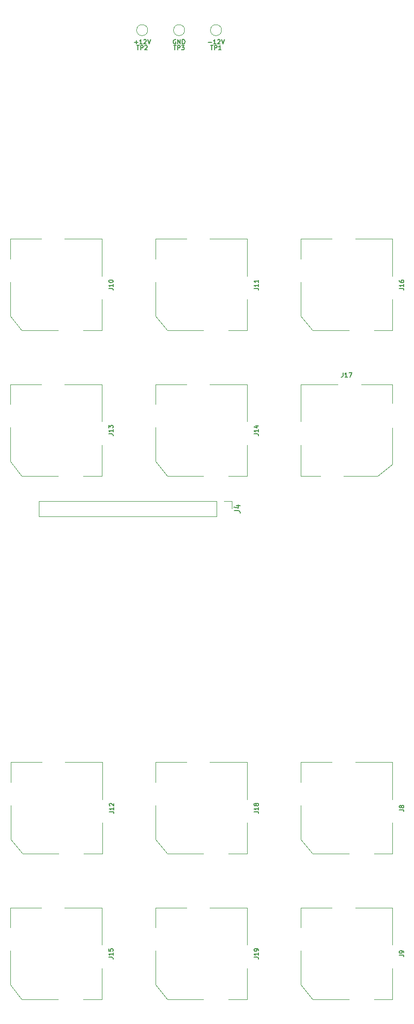
<source format=gto>
G04 #@! TF.GenerationSoftware,KiCad,Pcbnew,6.0.7-f9a2dced07~116~ubuntu22.04.1*
G04 #@! TF.CreationDate,2022-09-02T23:43:51-04:00*
G04 #@! TF.ProjectId,voltproc_b1,766f6c74-7072-46f6-935f-62312e6b6963,rev?*
G04 #@! TF.SameCoordinates,Original*
G04 #@! TF.FileFunction,Legend,Top*
G04 #@! TF.FilePolarity,Positive*
%FSLAX46Y46*%
G04 Gerber Fmt 4.6, Leading zero omitted, Abs format (unit mm)*
G04 Created by KiCad (PCBNEW 6.0.7-f9a2dced07~116~ubuntu22.04.1) date 2022-09-02 23:43:51*
%MOMM*%
%LPD*%
G01*
G04 APERTURE LIST*
%ADD10C,0.150000*%
%ADD11C,0.120000*%
G04 APERTURE END LIST*
D10*
G04 #@! TO.C,J13*
X34589285Y-86607142D02*
X35125000Y-86607142D01*
X35232142Y-86642857D01*
X35303571Y-86714285D01*
X35339285Y-86821428D01*
X35339285Y-86892857D01*
X35339285Y-85857142D02*
X35339285Y-86285714D01*
X35339285Y-86071428D02*
X34589285Y-86071428D01*
X34696428Y-86142857D01*
X34767857Y-86214285D01*
X34803571Y-86285714D01*
X34589285Y-85607142D02*
X34589285Y-85142857D01*
X34875000Y-85392857D01*
X34875000Y-85285714D01*
X34910714Y-85214285D01*
X34946428Y-85178571D01*
X35017857Y-85142857D01*
X35196428Y-85142857D01*
X35267857Y-85178571D01*
X35303571Y-85214285D01*
X35339285Y-85285714D01*
X35339285Y-85500000D01*
X35303571Y-85571428D01*
X35267857Y-85607142D01*
G04 #@! TO.C,J4*
X56182380Y-99833333D02*
X56896666Y-99833333D01*
X57039523Y-99880952D01*
X57134761Y-99976190D01*
X57182380Y-100119047D01*
X57182380Y-100214285D01*
X56515714Y-98928571D02*
X57182380Y-98928571D01*
X56134761Y-99166666D02*
X56849047Y-99404761D01*
X56849047Y-98785714D01*
G04 #@! TO.C,J18*
X59589285Y-151607142D02*
X60125000Y-151607142D01*
X60232142Y-151642857D01*
X60303571Y-151714285D01*
X60339285Y-151821428D01*
X60339285Y-151892857D01*
X60339285Y-150857142D02*
X60339285Y-151285714D01*
X60339285Y-151071428D02*
X59589285Y-151071428D01*
X59696428Y-151142857D01*
X59767857Y-151214285D01*
X59803571Y-151285714D01*
X59910714Y-150428571D02*
X59875000Y-150500000D01*
X59839285Y-150535714D01*
X59767857Y-150571428D01*
X59732142Y-150571428D01*
X59660714Y-150535714D01*
X59625000Y-150500000D01*
X59589285Y-150428571D01*
X59589285Y-150285714D01*
X59625000Y-150214285D01*
X59660714Y-150178571D01*
X59732142Y-150142857D01*
X59767857Y-150142857D01*
X59839285Y-150178571D01*
X59875000Y-150214285D01*
X59910714Y-150285714D01*
X59910714Y-150428571D01*
X59946428Y-150500000D01*
X59982142Y-150535714D01*
X60053571Y-150571428D01*
X60196428Y-150571428D01*
X60267857Y-150535714D01*
X60303571Y-150500000D01*
X60339285Y-150428571D01*
X60339285Y-150285714D01*
X60303571Y-150214285D01*
X60267857Y-150178571D01*
X60196428Y-150142857D01*
X60053571Y-150142857D01*
X59982142Y-150178571D01*
X59946428Y-150214285D01*
X59910714Y-150285714D01*
G04 #@! TO.C,TP2*
X39393571Y-19817285D02*
X39822142Y-19817285D01*
X39607857Y-20567285D02*
X39607857Y-19817285D01*
X40072142Y-20567285D02*
X40072142Y-19817285D01*
X40357857Y-19817285D01*
X40429285Y-19853000D01*
X40465000Y-19888714D01*
X40500714Y-19960142D01*
X40500714Y-20067285D01*
X40465000Y-20138714D01*
X40429285Y-20174428D01*
X40357857Y-20210142D01*
X40072142Y-20210142D01*
X40786428Y-19888714D02*
X40822142Y-19853000D01*
X40893571Y-19817285D01*
X41072142Y-19817285D01*
X41143571Y-19853000D01*
X41179285Y-19888714D01*
X41215000Y-19960142D01*
X41215000Y-20031571D01*
X41179285Y-20138714D01*
X40750714Y-20567285D01*
X41215000Y-20567285D01*
X39018571Y-19265571D02*
X39590000Y-19265571D01*
X39304285Y-19551285D02*
X39304285Y-18979857D01*
X40340000Y-19551285D02*
X39911428Y-19551285D01*
X40125714Y-19551285D02*
X40125714Y-18801285D01*
X40054285Y-18908428D01*
X39982857Y-18979857D01*
X39911428Y-19015571D01*
X40625714Y-18872714D02*
X40661428Y-18837000D01*
X40732857Y-18801285D01*
X40911428Y-18801285D01*
X40982857Y-18837000D01*
X41018571Y-18872714D01*
X41054285Y-18944142D01*
X41054285Y-19015571D01*
X41018571Y-19122714D01*
X40590000Y-19551285D01*
X41054285Y-19551285D01*
X41268571Y-18801285D02*
X41518571Y-19551285D01*
X41768571Y-18801285D01*
G04 #@! TO.C,TP3*
X45743571Y-19817285D02*
X46172142Y-19817285D01*
X45957857Y-20567285D02*
X45957857Y-19817285D01*
X46422142Y-20567285D02*
X46422142Y-19817285D01*
X46707857Y-19817285D01*
X46779285Y-19853000D01*
X46815000Y-19888714D01*
X46850714Y-19960142D01*
X46850714Y-20067285D01*
X46815000Y-20138714D01*
X46779285Y-20174428D01*
X46707857Y-20210142D01*
X46422142Y-20210142D01*
X47100714Y-19817285D02*
X47565000Y-19817285D01*
X47315000Y-20103000D01*
X47422142Y-20103000D01*
X47493571Y-20138714D01*
X47529285Y-20174428D01*
X47565000Y-20245857D01*
X47565000Y-20424428D01*
X47529285Y-20495857D01*
X47493571Y-20531571D01*
X47422142Y-20567285D01*
X47207857Y-20567285D01*
X47136428Y-20531571D01*
X47100714Y-20495857D01*
X46118571Y-18837000D02*
X46047142Y-18801285D01*
X45940000Y-18801285D01*
X45832857Y-18837000D01*
X45761428Y-18908428D01*
X45725714Y-18979857D01*
X45690000Y-19122714D01*
X45690000Y-19229857D01*
X45725714Y-19372714D01*
X45761428Y-19444142D01*
X45832857Y-19515571D01*
X45940000Y-19551285D01*
X46011428Y-19551285D01*
X46118571Y-19515571D01*
X46154285Y-19479857D01*
X46154285Y-19229857D01*
X46011428Y-19229857D01*
X46475714Y-19551285D02*
X46475714Y-18801285D01*
X46904285Y-19551285D01*
X46904285Y-18801285D01*
X47261428Y-19551285D02*
X47261428Y-18801285D01*
X47440000Y-18801285D01*
X47547142Y-18837000D01*
X47618571Y-18908428D01*
X47654285Y-18979857D01*
X47690000Y-19122714D01*
X47690000Y-19229857D01*
X47654285Y-19372714D01*
X47618571Y-19444142D01*
X47547142Y-19515571D01*
X47440000Y-19551285D01*
X47261428Y-19551285D01*
G04 #@! TO.C,J14*
X59589285Y-86607142D02*
X60125000Y-86607142D01*
X60232142Y-86642857D01*
X60303571Y-86714285D01*
X60339285Y-86821428D01*
X60339285Y-86892857D01*
X60339285Y-85857142D02*
X60339285Y-86285714D01*
X60339285Y-86071428D02*
X59589285Y-86071428D01*
X59696428Y-86142857D01*
X59767857Y-86214285D01*
X59803571Y-86285714D01*
X59839285Y-85214285D02*
X60339285Y-85214285D01*
X59553571Y-85392857D02*
X60089285Y-85571428D01*
X60089285Y-85107142D01*
G04 #@! TO.C,J15*
X34589285Y-176607142D02*
X35125000Y-176607142D01*
X35232142Y-176642857D01*
X35303571Y-176714285D01*
X35339285Y-176821428D01*
X35339285Y-176892857D01*
X35339285Y-175857142D02*
X35339285Y-176285714D01*
X35339285Y-176071428D02*
X34589285Y-176071428D01*
X34696428Y-176142857D01*
X34767857Y-176214285D01*
X34803571Y-176285714D01*
X34589285Y-175178571D02*
X34589285Y-175535714D01*
X34946428Y-175571428D01*
X34910714Y-175535714D01*
X34875000Y-175464285D01*
X34875000Y-175285714D01*
X34910714Y-175214285D01*
X34946428Y-175178571D01*
X35017857Y-175142857D01*
X35196428Y-175142857D01*
X35267857Y-175178571D01*
X35303571Y-175214285D01*
X35339285Y-175285714D01*
X35339285Y-175464285D01*
X35303571Y-175535714D01*
X35267857Y-175571428D01*
G04 #@! TO.C,J11*
X59589285Y-61607142D02*
X60125000Y-61607142D01*
X60232142Y-61642857D01*
X60303571Y-61714285D01*
X60339285Y-61821428D01*
X60339285Y-61892857D01*
X60339285Y-60857142D02*
X60339285Y-61285714D01*
X60339285Y-61071428D02*
X59589285Y-61071428D01*
X59696428Y-61142857D01*
X59767857Y-61214285D01*
X59803571Y-61285714D01*
X60339285Y-60142857D02*
X60339285Y-60571428D01*
X60339285Y-60357142D02*
X59589285Y-60357142D01*
X59696428Y-60428571D01*
X59767857Y-60500000D01*
X59803571Y-60571428D01*
G04 #@! TO.C,J17*
X74892857Y-76089285D02*
X74892857Y-76625000D01*
X74857142Y-76732142D01*
X74785714Y-76803571D01*
X74678571Y-76839285D01*
X74607142Y-76839285D01*
X75642857Y-76839285D02*
X75214285Y-76839285D01*
X75428571Y-76839285D02*
X75428571Y-76089285D01*
X75357142Y-76196428D01*
X75285714Y-76267857D01*
X75214285Y-76303571D01*
X75892857Y-76089285D02*
X76392857Y-76089285D01*
X76071428Y-76839285D01*
G04 #@! TO.C,J10*
X34589285Y-61607142D02*
X35125000Y-61607142D01*
X35232142Y-61642857D01*
X35303571Y-61714285D01*
X35339285Y-61821428D01*
X35339285Y-61892857D01*
X35339285Y-60857142D02*
X35339285Y-61285714D01*
X35339285Y-61071428D02*
X34589285Y-61071428D01*
X34696428Y-61142857D01*
X34767857Y-61214285D01*
X34803571Y-61285714D01*
X34589285Y-60392857D02*
X34589285Y-60321428D01*
X34625000Y-60250000D01*
X34660714Y-60214285D01*
X34732142Y-60178571D01*
X34875000Y-60142857D01*
X35053571Y-60142857D01*
X35196428Y-60178571D01*
X35267857Y-60214285D01*
X35303571Y-60250000D01*
X35339285Y-60321428D01*
X35339285Y-60392857D01*
X35303571Y-60464285D01*
X35267857Y-60500000D01*
X35196428Y-60535714D01*
X35053571Y-60571428D01*
X34875000Y-60571428D01*
X34732142Y-60535714D01*
X34660714Y-60500000D01*
X34625000Y-60464285D01*
X34589285Y-60392857D01*
G04 #@! TO.C,J12*
X34697285Y-151607142D02*
X35233000Y-151607142D01*
X35340142Y-151642857D01*
X35411571Y-151714285D01*
X35447285Y-151821428D01*
X35447285Y-151892857D01*
X35447285Y-150857142D02*
X35447285Y-151285714D01*
X35447285Y-151071428D02*
X34697285Y-151071428D01*
X34804428Y-151142857D01*
X34875857Y-151214285D01*
X34911571Y-151285714D01*
X34768714Y-150571428D02*
X34733000Y-150535714D01*
X34697285Y-150464285D01*
X34697285Y-150285714D01*
X34733000Y-150214285D01*
X34768714Y-150178571D01*
X34840142Y-150142857D01*
X34911571Y-150142857D01*
X35018714Y-150178571D01*
X35447285Y-150607142D01*
X35447285Y-150142857D01*
G04 #@! TO.C,TP1*
X52093571Y-19817285D02*
X52522142Y-19817285D01*
X52307857Y-20567285D02*
X52307857Y-19817285D01*
X52772142Y-20567285D02*
X52772142Y-19817285D01*
X53057857Y-19817285D01*
X53129285Y-19853000D01*
X53165000Y-19888714D01*
X53200714Y-19960142D01*
X53200714Y-20067285D01*
X53165000Y-20138714D01*
X53129285Y-20174428D01*
X53057857Y-20210142D01*
X52772142Y-20210142D01*
X53915000Y-20567285D02*
X53486428Y-20567285D01*
X53700714Y-20567285D02*
X53700714Y-19817285D01*
X53629285Y-19924428D01*
X53557857Y-19995857D01*
X53486428Y-20031571D01*
X51718571Y-19265571D02*
X52290000Y-19265571D01*
X53040000Y-19551285D02*
X52611428Y-19551285D01*
X52825714Y-19551285D02*
X52825714Y-18801285D01*
X52754285Y-18908428D01*
X52682857Y-18979857D01*
X52611428Y-19015571D01*
X53325714Y-18872714D02*
X53361428Y-18837000D01*
X53432857Y-18801285D01*
X53611428Y-18801285D01*
X53682857Y-18837000D01*
X53718571Y-18872714D01*
X53754285Y-18944142D01*
X53754285Y-19015571D01*
X53718571Y-19122714D01*
X53290000Y-19551285D01*
X53754285Y-19551285D01*
X53968571Y-18801285D02*
X54218571Y-19551285D01*
X54468571Y-18801285D01*
G04 #@! TO.C,J8*
X84589285Y-151250000D02*
X85125000Y-151250000D01*
X85232142Y-151285714D01*
X85303571Y-151357142D01*
X85339285Y-151464285D01*
X85339285Y-151535714D01*
X84910714Y-150785714D02*
X84875000Y-150857142D01*
X84839285Y-150892857D01*
X84767857Y-150928571D01*
X84732142Y-150928571D01*
X84660714Y-150892857D01*
X84625000Y-150857142D01*
X84589285Y-150785714D01*
X84589285Y-150642857D01*
X84625000Y-150571428D01*
X84660714Y-150535714D01*
X84732142Y-150500000D01*
X84767857Y-150500000D01*
X84839285Y-150535714D01*
X84875000Y-150571428D01*
X84910714Y-150642857D01*
X84910714Y-150785714D01*
X84946428Y-150857142D01*
X84982142Y-150892857D01*
X85053571Y-150928571D01*
X85196428Y-150928571D01*
X85267857Y-150892857D01*
X85303571Y-150857142D01*
X85339285Y-150785714D01*
X85339285Y-150642857D01*
X85303571Y-150571428D01*
X85267857Y-150535714D01*
X85196428Y-150500000D01*
X85053571Y-150500000D01*
X84982142Y-150535714D01*
X84946428Y-150571428D01*
X84910714Y-150642857D01*
G04 #@! TO.C,J19*
X59589285Y-176607142D02*
X60125000Y-176607142D01*
X60232142Y-176642857D01*
X60303571Y-176714285D01*
X60339285Y-176821428D01*
X60339285Y-176892857D01*
X60339285Y-175857142D02*
X60339285Y-176285714D01*
X60339285Y-176071428D02*
X59589285Y-176071428D01*
X59696428Y-176142857D01*
X59767857Y-176214285D01*
X59803571Y-176285714D01*
X60339285Y-175500000D02*
X60339285Y-175357142D01*
X60303571Y-175285714D01*
X60267857Y-175250000D01*
X60160714Y-175178571D01*
X60017857Y-175142857D01*
X59732142Y-175142857D01*
X59660714Y-175178571D01*
X59625000Y-175214285D01*
X59589285Y-175285714D01*
X59589285Y-175428571D01*
X59625000Y-175500000D01*
X59660714Y-175535714D01*
X59732142Y-175571428D01*
X59910714Y-175571428D01*
X59982142Y-175535714D01*
X60017857Y-175500000D01*
X60053571Y-175428571D01*
X60053571Y-175285714D01*
X60017857Y-175214285D01*
X59982142Y-175178571D01*
X59910714Y-175142857D01*
G04 #@! TO.C,J9*
X84589285Y-176250000D02*
X85125000Y-176250000D01*
X85232142Y-176285714D01*
X85303571Y-176357142D01*
X85339285Y-176464285D01*
X85339285Y-176535714D01*
X85339285Y-175857142D02*
X85339285Y-175714285D01*
X85303571Y-175642857D01*
X85267857Y-175607142D01*
X85160714Y-175535714D01*
X85017857Y-175500000D01*
X84732142Y-175500000D01*
X84660714Y-175535714D01*
X84625000Y-175571428D01*
X84589285Y-175642857D01*
X84589285Y-175785714D01*
X84625000Y-175857142D01*
X84660714Y-175892857D01*
X84732142Y-175928571D01*
X84910714Y-175928571D01*
X84982142Y-175892857D01*
X85017857Y-175857142D01*
X85053571Y-175785714D01*
X85053571Y-175642857D01*
X85017857Y-175571428D01*
X84982142Y-175535714D01*
X84910714Y-175500000D01*
G04 #@! TO.C,J16*
X84589285Y-61607142D02*
X85125000Y-61607142D01*
X85232142Y-61642857D01*
X85303571Y-61714285D01*
X85339285Y-61821428D01*
X85339285Y-61892857D01*
X85339285Y-60857142D02*
X85339285Y-61285714D01*
X85339285Y-61071428D02*
X84589285Y-61071428D01*
X84696428Y-61142857D01*
X84767857Y-61214285D01*
X84803571Y-61285714D01*
X84589285Y-60214285D02*
X84589285Y-60357142D01*
X84625000Y-60428571D01*
X84660714Y-60464285D01*
X84767857Y-60535714D01*
X84910714Y-60571428D01*
X85196428Y-60571428D01*
X85267857Y-60535714D01*
X85303571Y-60500000D01*
X85339285Y-60428571D01*
X85339285Y-60285714D01*
X85303571Y-60214285D01*
X85267857Y-60178571D01*
X85196428Y-60142857D01*
X85017857Y-60142857D01*
X84946428Y-60178571D01*
X84910714Y-60214285D01*
X84875000Y-60285714D01*
X84875000Y-60428571D01*
X84910714Y-60500000D01*
X84946428Y-60535714D01*
X85017857Y-60571428D01*
D11*
G04 #@! TO.C,J13*
X33400000Y-93850000D02*
X30200000Y-93850000D01*
X25900000Y-93850000D02*
X19700000Y-93850000D01*
X17650000Y-91350000D02*
X17650000Y-85500000D01*
X33400000Y-88500000D02*
X33400000Y-93850000D01*
X27000000Y-78100000D02*
X33400000Y-78100000D01*
X17650000Y-78100000D02*
X23000000Y-78100000D01*
X33400000Y-78100000D02*
X33400000Y-84500000D01*
X17650000Y-81500000D02*
X17650000Y-78100000D01*
X19700000Y-93850000D02*
X19650000Y-93850000D01*
X19650000Y-93850000D02*
X17650000Y-91350000D01*
G04 #@! TO.C,J4*
X22590000Y-98170000D02*
X22590000Y-100830000D01*
X53130000Y-100830000D02*
X22590000Y-100830000D01*
X53130000Y-98170000D02*
X22590000Y-98170000D01*
X54400000Y-98170000D02*
X55730000Y-98170000D01*
X53130000Y-98170000D02*
X53130000Y-100830000D01*
X55730000Y-98170000D02*
X55730000Y-99500000D01*
G04 #@! TO.C,J18*
X58400000Y-143100000D02*
X58400000Y-149500000D01*
X44650000Y-158850000D02*
X42650000Y-156350000D01*
X42650000Y-143100000D02*
X48000000Y-143100000D01*
X52000000Y-143100000D02*
X58400000Y-143100000D01*
X58400000Y-153500000D02*
X58400000Y-158850000D01*
X58400000Y-158850000D02*
X55200000Y-158850000D01*
X50900000Y-158850000D02*
X44700000Y-158850000D01*
X44700000Y-158850000D02*
X44650000Y-158850000D01*
X42650000Y-146500000D02*
X42650000Y-143100000D01*
X42650000Y-156350000D02*
X42650000Y-150500000D01*
G04 #@! TO.C,TP2*
X41290000Y-17180000D02*
G75*
G03*
X41290000Y-17180000I-950000J0D01*
G01*
G04 #@! TO.C,TP3*
X47640000Y-17180000D02*
G75*
G03*
X47640000Y-17180000I-950000J0D01*
G01*
G04 #@! TO.C,J14*
X50900000Y-93850000D02*
X44700000Y-93850000D01*
X42650000Y-78100000D02*
X48000000Y-78100000D01*
X58400000Y-78100000D02*
X58400000Y-84500000D01*
X58400000Y-93850000D02*
X55200000Y-93850000D01*
X52000000Y-78100000D02*
X58400000Y-78100000D01*
X44700000Y-93850000D02*
X44650000Y-93850000D01*
X42650000Y-81500000D02*
X42650000Y-78100000D01*
X44650000Y-93850000D02*
X42650000Y-91350000D01*
X42650000Y-91350000D02*
X42650000Y-85500000D01*
X58400000Y-88500000D02*
X58400000Y-93850000D01*
G04 #@! TO.C,J15*
X19700000Y-183850000D02*
X19650000Y-183850000D01*
X17650000Y-181350000D02*
X17650000Y-175500000D01*
X33400000Y-178500000D02*
X33400000Y-183850000D01*
X17650000Y-168100000D02*
X23000000Y-168100000D01*
X17650000Y-171500000D02*
X17650000Y-168100000D01*
X27000000Y-168100000D02*
X33400000Y-168100000D01*
X19650000Y-183850000D02*
X17650000Y-181350000D01*
X33400000Y-168100000D02*
X33400000Y-174500000D01*
X25900000Y-183850000D02*
X19700000Y-183850000D01*
X33400000Y-183850000D02*
X30200000Y-183850000D01*
G04 #@! TO.C,J11*
X42650000Y-66350000D02*
X42650000Y-60500000D01*
X58400000Y-53100000D02*
X58400000Y-59500000D01*
X42650000Y-56500000D02*
X42650000Y-53100000D01*
X50900000Y-68850000D02*
X44700000Y-68850000D01*
X58400000Y-68850000D02*
X55200000Y-68850000D01*
X44650000Y-68850000D02*
X42650000Y-66350000D01*
X44700000Y-68850000D02*
X44650000Y-68850000D01*
X42650000Y-53100000D02*
X48000000Y-53100000D01*
X58400000Y-63500000D02*
X58400000Y-68850000D01*
X52000000Y-53100000D02*
X58400000Y-53100000D01*
G04 #@! TO.C,J17*
X67600000Y-78100000D02*
X74000000Y-78100000D01*
X80850000Y-93850000D02*
X75000000Y-93850000D01*
X67600000Y-84500000D02*
X67600000Y-78100000D01*
X83350000Y-91800000D02*
X83350000Y-91850000D01*
X78000000Y-78100000D02*
X83350000Y-78100000D01*
X83350000Y-91850000D02*
X80850000Y-93850000D01*
X71000000Y-93850000D02*
X67600000Y-93850000D01*
X83350000Y-85600000D02*
X83350000Y-91800000D01*
X83350000Y-78100000D02*
X83350000Y-81300000D01*
X67600000Y-93850000D02*
X67600000Y-88500000D01*
G04 #@! TO.C,J10*
X19700000Y-68850000D02*
X19650000Y-68850000D01*
X17650000Y-56500000D02*
X17650000Y-53100000D01*
X25900000Y-68850000D02*
X19700000Y-68850000D01*
X17650000Y-66350000D02*
X17650000Y-60500000D01*
X33400000Y-68850000D02*
X30200000Y-68850000D01*
X27000000Y-53100000D02*
X33400000Y-53100000D01*
X19650000Y-68850000D02*
X17650000Y-66350000D01*
X17650000Y-53100000D02*
X23000000Y-53100000D01*
X33400000Y-53100000D02*
X33400000Y-59500000D01*
X33400000Y-63500000D02*
X33400000Y-68850000D01*
G04 #@! TO.C,J12*
X33508000Y-153500000D02*
X33508000Y-158850000D01*
X17758000Y-156350000D02*
X17758000Y-150500000D01*
X17758000Y-146500000D02*
X17758000Y-143100000D01*
X26008000Y-158850000D02*
X19808000Y-158850000D01*
X27108000Y-143100000D02*
X33508000Y-143100000D01*
X33508000Y-143100000D02*
X33508000Y-149500000D01*
X33508000Y-158850000D02*
X30308000Y-158850000D01*
X19808000Y-158850000D02*
X19758000Y-158850000D01*
X17758000Y-143100000D02*
X23108000Y-143100000D01*
X19758000Y-158850000D02*
X17758000Y-156350000D01*
G04 #@! TO.C,TP1*
X53990000Y-17180000D02*
G75*
G03*
X53990000Y-17180000I-950000J0D01*
G01*
G04 #@! TO.C,J8*
X69650000Y-158850000D02*
X67650000Y-156350000D01*
X75900000Y-158850000D02*
X69700000Y-158850000D01*
X83400000Y-158850000D02*
X80200000Y-158850000D01*
X67650000Y-156350000D02*
X67650000Y-150500000D01*
X67650000Y-143100000D02*
X73000000Y-143100000D01*
X69700000Y-158850000D02*
X69650000Y-158850000D01*
X83400000Y-143100000D02*
X83400000Y-149500000D01*
X67650000Y-146500000D02*
X67650000Y-143100000D01*
X83400000Y-153500000D02*
X83400000Y-158850000D01*
X77000000Y-143100000D02*
X83400000Y-143100000D01*
G04 #@! TO.C,J19*
X52000000Y-168100000D02*
X58400000Y-168100000D01*
X44700000Y-183850000D02*
X44650000Y-183850000D01*
X50900000Y-183850000D02*
X44700000Y-183850000D01*
X42650000Y-171500000D02*
X42650000Y-168100000D01*
X58400000Y-168100000D02*
X58400000Y-174500000D01*
X42650000Y-181350000D02*
X42650000Y-175500000D01*
X44650000Y-183850000D02*
X42650000Y-181350000D01*
X58400000Y-183850000D02*
X55200000Y-183850000D01*
X42650000Y-168100000D02*
X48000000Y-168100000D01*
X58400000Y-178500000D02*
X58400000Y-183850000D01*
G04 #@! TO.C,J9*
X83400000Y-178500000D02*
X83400000Y-183850000D01*
X67650000Y-168100000D02*
X73000000Y-168100000D01*
X67650000Y-181350000D02*
X67650000Y-175500000D01*
X77000000Y-168100000D02*
X83400000Y-168100000D01*
X83400000Y-183850000D02*
X80200000Y-183850000D01*
X69650000Y-183850000D02*
X67650000Y-181350000D01*
X75900000Y-183850000D02*
X69700000Y-183850000D01*
X83400000Y-168100000D02*
X83400000Y-174500000D01*
X67650000Y-171500000D02*
X67650000Y-168100000D01*
X69700000Y-183850000D02*
X69650000Y-183850000D01*
G04 #@! TO.C,J16*
X69650000Y-68850000D02*
X67650000Y-66350000D01*
X83400000Y-63500000D02*
X83400000Y-68850000D01*
X83400000Y-68850000D02*
X80200000Y-68850000D01*
X69700000Y-68850000D02*
X69650000Y-68850000D01*
X67650000Y-66350000D02*
X67650000Y-60500000D01*
X67650000Y-56500000D02*
X67650000Y-53100000D01*
X75900000Y-68850000D02*
X69700000Y-68850000D01*
X83400000Y-53100000D02*
X83400000Y-59500000D01*
X77000000Y-53100000D02*
X83400000Y-53100000D01*
X67650000Y-53100000D02*
X73000000Y-53100000D01*
G04 #@! TD*
M02*

</source>
